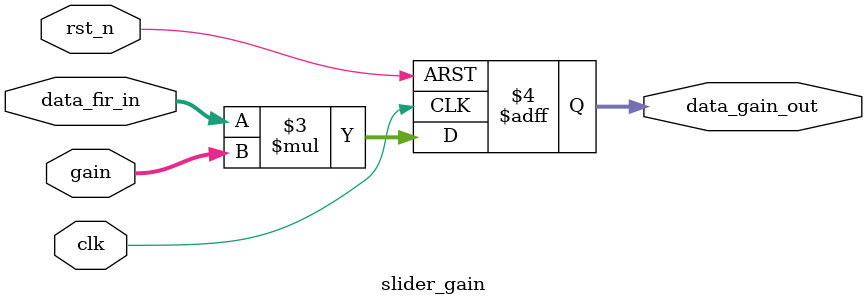
<source format=v>
module slider_gain(clk,rst_n,data_fir_in,gain,data_gain_out);

	input clk;
	input rst_n;
	input signed [15:0] data_fir_in;
	input signed [4:0] gain;
	output reg signed [20:0] data_gain_out;
	
	
	always @(posedge clk or negedge rst_n) begin
		if(~rst_n) begin
			data_gain_out <= 16'b0;
		end
		else begin
			data_gain_out <= data_fir_in * gain;
		end
	end
	
endmodule
</source>
